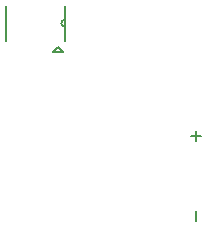
<source format=gbo>
%FSLAX44Y44*%
%MOMM*%
G71*
G01*
G75*
G04 Layer_Color=32896*
%ADD10R,1.0000X0.9000*%
%ADD11R,0.6000X0.6000*%
%ADD12R,0.2800X0.9000*%
%ADD13R,0.9000X0.2800*%
%ADD14R,0.9000X0.8128*%
%ADD15R,0.9000X1.0000*%
%ADD16R,0.6000X0.6000*%
%ADD17O,0.2000X0.6500*%
%ADD18O,0.6500X0.2000*%
%ADD19R,4.7000X4.7000*%
%ADD20R,0.9000X0.8000*%
%ADD21R,2.2000X1.0500*%
%ADD22R,1.1000X1.0000*%
%ADD23R,1.0000X1.5000*%
%ADD24R,1.2500X1.0000*%
%ADD25R,0.6000X1.2000*%
%ADD26R,1.4000X1.1500*%
%ADD27R,0.8128X0.9000*%
%ADD28R,1.0000X0.5500*%
%ADD29R,1.0000X1.1000*%
%ADD30R,1.0500X2.2000*%
%ADD31R,1.2000X0.6000*%
%ADD32O,0.6000X2.0000*%
%ADD33R,1.5000X4.0000*%
%ADD34R,2.2000X1.5500*%
%ADD35R,1.5500X2.2000*%
%ADD36R,1.5240X1.7780*%
G04:AMPARAMS|DCode=37|XSize=1.524mm|YSize=1.778mm|CornerRadius=0mm|HoleSize=0mm|Usage=FLASHONLY|Rotation=0.000|XOffset=0mm|YOffset=0mm|HoleType=Round|Shape=Octagon|*
%AMOCTAGOND37*
4,1,8,-0.3810,0.8890,0.3810,0.8890,0.7620,0.5080,0.7620,-0.5080,0.3810,-0.8890,-0.3810,-0.8890,-0.7620,-0.5080,-0.7620,0.5080,-0.3810,0.8890,0.0*
%
%ADD37OCTAGOND37*%

%ADD38C,0.2540*%
%ADD39C,0.2032*%
%ADD40C,0.1524*%
%ADD41C,0.3810*%
%ADD42C,0.5080*%
%ADD43C,1.0160*%
%ADD44C,0.7620*%
%ADD45C,0.6350*%
%ADD46R,1.1684X1.1430*%
%ADD47O,1.5240X1.6510*%
%ADD48O,1.2700X0.7620*%
%ADD49R,1.7780X1.5240*%
%ADD50O,1.7780X1.5240*%
%ADD51C,0.5588*%
%ADD52R,0.6000X1.4000*%
%ADD53R,1.1470X1.1390*%
%ADD54C,0.1270*%
%ADD55C,0.2500*%
%ADD56C,0.1016*%
%ADD57C,0.2000*%
%ADD58C,0.3000*%
%ADD59C,0.3048*%
%ADD60R,4.0000X0.5000*%
%ADD61R,1.2032X1.1032*%
%ADD62R,0.8032X0.8032*%
%ADD63R,0.4832X1.1032*%
%ADD64R,1.1032X0.4832*%
%ADD65R,1.1032X1.0160*%
%ADD66R,1.1032X1.2032*%
%ADD67R,0.8032X0.8032*%
%ADD68O,0.4032X0.8532*%
%ADD69O,0.8532X0.4032*%
%ADD70R,4.9032X4.9032*%
%ADD71R,1.1032X1.0032*%
%ADD72R,2.4032X1.2532*%
%ADD73R,1.3032X1.2032*%
%ADD74R,1.2032X1.7032*%
%ADD75R,1.4532X1.2032*%
%ADD76R,0.8032X1.4032*%
%ADD77R,1.6032X1.3532*%
%ADD78R,1.0160X1.1032*%
%ADD79R,1.2032X0.7532*%
%ADD80R,1.2032X1.3032*%
%ADD81R,1.2532X2.4032*%
%ADD82R,1.4032X0.8032*%
%ADD83O,0.8032X2.2032*%
%ADD84R,1.7032X4.2032*%
%ADD85R,2.4032X1.7532*%
%ADD86R,1.7532X2.4032*%
%ADD87R,1.7272X1.9812*%
G04:AMPARAMS|DCode=88|XSize=1.7272mm|YSize=1.9812mm|CornerRadius=0mm|HoleSize=0mm|Usage=FLASHONLY|Rotation=0.000|XOffset=0mm|YOffset=0mm|HoleType=Round|Shape=Octagon|*
%AMOCTAGOND88*
4,1,8,-0.4318,0.9906,0.4318,0.9906,0.8636,0.5588,0.8636,-0.5588,0.4318,-0.9906,-0.4318,-0.9906,-0.8636,-0.5588,-0.8636,0.5588,-0.4318,0.9906,0.0*
%
%ADD88OCTAGOND88*%

%ADD89O,1.7272X1.8542*%
%ADD90O,1.4732X0.9652*%
%ADD91R,1.9812X1.7272*%
%ADD92O,1.9812X1.7272*%
%ADD93R,0.8032X1.6032*%
D39*
X136400Y-167640D02*
Y-159176D01*
X131572Y-94998D02*
X140036D01*
X135804Y-90766D02*
Y-99230D01*
D54*
X25000Y2913D02*
G03*
X25000Y-2913I0J-2913D01*
G01*
X-25000Y15000D02*
X-25000Y-15000D01*
X25000Y15000D02*
X25000Y-15000D01*
X19050Y-20320D02*
X23114Y-24384D01*
X14986Y-24384D02*
X19050Y-20320D01*
X14986Y-24384D02*
X23114Y-24384D01*
M02*

</source>
